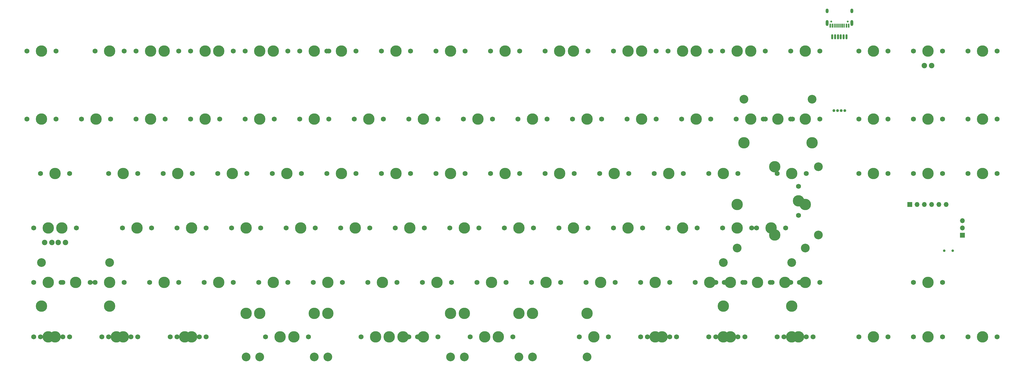
<source format=gbr>
%TF.GenerationSoftware,KiCad,Pcbnew,(6.0.6)*%
%TF.CreationDate,2022-09-06T18:10:04+07:00*%
%TF.ProjectId,solderCurved,736f6c64-6572-4437-9572-7665642e6b69,rev?*%
%TF.SameCoordinates,Original*%
%TF.FileFunction,Soldermask,Top*%
%TF.FilePolarity,Negative*%
%FSLAX46Y46*%
G04 Gerber Fmt 4.6, Leading zero omitted, Abs format (unit mm)*
G04 Created by KiCad (PCBNEW (6.0.6)) date 2022-09-06 18:10:04*
%MOMM*%
%LPD*%
G01*
G04 APERTURE LIST*
%ADD10C,1.750000*%
%ADD11C,3.987800*%
%ADD12C,3.048000*%
%ADD13C,1.905000*%
%ADD14C,1.000000*%
%ADD15O,1.000000X1.000000*%
%ADD16O,0.700000X1.800000*%
%ADD17C,0.500000*%
%ADD18R,1.700000X1.700000*%
%ADD19O,1.700000X1.700000*%
%ADD20C,0.650000*%
%ADD21R,0.600000X1.450000*%
%ADD22R,0.300000X1.450000*%
%ADD23O,1.000000X2.100000*%
%ADD24O,1.000000X1.600000*%
%ADD25C,0.900000*%
G04 APERTURE END LIST*
D10*
%TO.C,MX1*%
X28892500Y-23812500D03*
X18732500Y-23812500D03*
D11*
X23812500Y-23812500D03*
%TD*%
D10*
%TO.C,MX9*%
X42545000Y-23812500D03*
D11*
X47625000Y-23812500D03*
D10*
X52705000Y-23812500D03*
%TD*%
D11*
%TO.C,MX15*%
X66675000Y-23812500D03*
D10*
X61595000Y-23812500D03*
X71755000Y-23812500D03*
%TD*%
D11*
%TO.C,MX21*%
X85725000Y-23812500D03*
D10*
X80645000Y-23812500D03*
X90805000Y-23812500D03*
%TD*%
%TO.C,MX26*%
X99695000Y-23812500D03*
X109855000Y-23812500D03*
D11*
X104775000Y-23812500D03*
%TD*%
%TO.C,MX31*%
X128587500Y-23812500D03*
D10*
X133667500Y-23812500D03*
X123507500Y-23812500D03*
%TD*%
%TO.C,MX36*%
X152717500Y-23812500D03*
X142557500Y-23812500D03*
D11*
X147637500Y-23812500D03*
%TD*%
D10*
%TO.C,MX41*%
X161607500Y-23812500D03*
D11*
X166687500Y-23812500D03*
D10*
X171767500Y-23812500D03*
%TD*%
%TO.C,MX47*%
X190817500Y-23812500D03*
D11*
X185737500Y-23812500D03*
D10*
X180657500Y-23812500D03*
%TD*%
%TO.C,MX52*%
X204470000Y-23812500D03*
X214630000Y-23812500D03*
D11*
X209550000Y-23812500D03*
%TD*%
D10*
%TO.C,MX57*%
X223520000Y-23812500D03*
X233680000Y-23812500D03*
D11*
X228600000Y-23812500D03*
%TD*%
%TO.C,MX62*%
X247650000Y-23812500D03*
D10*
X252730000Y-23812500D03*
X242570000Y-23812500D03*
%TD*%
%TO.C,MX67*%
X261620000Y-23812500D03*
X271780000Y-23812500D03*
D11*
X266700000Y-23812500D03*
%TD*%
%TO.C,MX73*%
X290512500Y-23812500D03*
D10*
X285432500Y-23812500D03*
X295592500Y-23812500D03*
%TD*%
%TO.C,MX84*%
X309245000Y-23812500D03*
X319405000Y-23812500D03*
D11*
X314325000Y-23812500D03*
%TD*%
D10*
%TO.C,MX88*%
X328295000Y-23812500D03*
D11*
X333375000Y-23812500D03*
D10*
X338455000Y-23812500D03*
%TD*%
D11*
%TO.C,MX93*%
X352425000Y-23812500D03*
D10*
X357505000Y-23812500D03*
X347345000Y-23812500D03*
%TD*%
%TO.C,MX2*%
X18732500Y-47625000D03*
D11*
X23812500Y-47625000D03*
D10*
X28892500Y-47625000D03*
%TD*%
%TO.C,MX10*%
X37782500Y-47625000D03*
X47942500Y-47625000D03*
D11*
X42862500Y-47625000D03*
%TD*%
%TO.C,MX16*%
X61912500Y-47625000D03*
D10*
X56832500Y-47625000D03*
X66992500Y-47625000D03*
%TD*%
%TO.C,MX22*%
X86042500Y-47625000D03*
X75882500Y-47625000D03*
D11*
X80962500Y-47625000D03*
%TD*%
%TO.C,MX27*%
X100012500Y-47625000D03*
D10*
X105092500Y-47625000D03*
X94932500Y-47625000D03*
%TD*%
%TO.C,MX32*%
X113982500Y-47625000D03*
X124142500Y-47625000D03*
D11*
X119062500Y-47625000D03*
%TD*%
D10*
%TO.C,MX37*%
X143192500Y-47625000D03*
D11*
X138112500Y-47625000D03*
D10*
X133032500Y-47625000D03*
%TD*%
%TO.C,MX42*%
X162242500Y-47625000D03*
X152082500Y-47625000D03*
D11*
X157162500Y-47625000D03*
%TD*%
D10*
%TO.C,MX48*%
X181292500Y-47625000D03*
X171132500Y-47625000D03*
D11*
X176212500Y-47625000D03*
%TD*%
D10*
%TO.C,MX53*%
X200342500Y-47625000D03*
D11*
X195262500Y-47625000D03*
D10*
X190182500Y-47625000D03*
%TD*%
%TO.C,MX58*%
X219392500Y-47625000D03*
D11*
X214312500Y-47625000D03*
D10*
X209232500Y-47625000D03*
%TD*%
D11*
%TO.C,MX63*%
X233362500Y-47625000D03*
D10*
X238442500Y-47625000D03*
X228282500Y-47625000D03*
%TD*%
%TO.C,MX68*%
X247332500Y-47625000D03*
X257492500Y-47625000D03*
D11*
X252412500Y-47625000D03*
%TD*%
D10*
%TO.C,MX74*%
X276542500Y-47625000D03*
X266382500Y-47625000D03*
D11*
X271462500Y-47625000D03*
%TD*%
%TO.C,MX82*%
X290512500Y-47625000D03*
D10*
X285432500Y-47625000D03*
X295592500Y-47625000D03*
%TD*%
D11*
%TO.C,MX85*%
X314325000Y-47625000D03*
D10*
X309245000Y-47625000D03*
X319405000Y-47625000D03*
%TD*%
%TO.C,MX89*%
X328295000Y-47625000D03*
D11*
X333375000Y-47625000D03*
D10*
X338455000Y-47625000D03*
%TD*%
D11*
%TO.C,MX94*%
X352425000Y-47625000D03*
D10*
X357505000Y-47625000D03*
X347345000Y-47625000D03*
%TD*%
%TO.C,MX3*%
X33655000Y-66675000D03*
D11*
X28575000Y-66675000D03*
D10*
X23495000Y-66675000D03*
%TD*%
%TO.C,MX11*%
X57467500Y-66675000D03*
X47307500Y-66675000D03*
D11*
X52387500Y-66675000D03*
%TD*%
%TO.C,MX17*%
X71437500Y-66675000D03*
D10*
X76517500Y-66675000D03*
X66357500Y-66675000D03*
%TD*%
D11*
%TO.C,MX23*%
X90487500Y-66675000D03*
D10*
X85407500Y-66675000D03*
X95567500Y-66675000D03*
%TD*%
%TO.C,MX28*%
X114617500Y-66675000D03*
D11*
X109537500Y-66675000D03*
D10*
X104457500Y-66675000D03*
%TD*%
%TO.C,MX33*%
X123507500Y-66675000D03*
D11*
X128587500Y-66675000D03*
D10*
X133667500Y-66675000D03*
%TD*%
D11*
%TO.C,MX38*%
X147637500Y-66675000D03*
D10*
X152717500Y-66675000D03*
X142557500Y-66675000D03*
%TD*%
D11*
%TO.C,MX43*%
X166687500Y-66675000D03*
D10*
X161607500Y-66675000D03*
X171767500Y-66675000D03*
%TD*%
%TO.C,MX49*%
X180657500Y-66675000D03*
D11*
X185737500Y-66675000D03*
D10*
X190817500Y-66675000D03*
%TD*%
%TO.C,MX54*%
X199707500Y-66675000D03*
X209867500Y-66675000D03*
D11*
X204787500Y-66675000D03*
%TD*%
%TO.C,MX59*%
X223837500Y-66675000D03*
D10*
X218757500Y-66675000D03*
X228917500Y-66675000D03*
%TD*%
%TO.C,MX64*%
X237807500Y-66675000D03*
X247967500Y-66675000D03*
D11*
X242887500Y-66675000D03*
%TD*%
D10*
%TO.C,MX69*%
X256857500Y-66675000D03*
D11*
X261937500Y-66675000D03*
D10*
X267017500Y-66675000D03*
%TD*%
%TO.C,MX8*%
X25876250Y-85725000D03*
X36036250Y-85725000D03*
D11*
X30956250Y-85725000D03*
%TD*%
D10*
%TO.C,MX12*%
X52070000Y-85725000D03*
D11*
X57150000Y-85725000D03*
D10*
X62230000Y-85725000D03*
%TD*%
%TO.C,MX18*%
X71120000Y-85725000D03*
D11*
X76200000Y-85725000D03*
D10*
X81280000Y-85725000D03*
%TD*%
%TO.C,MX24*%
X100330000Y-85725000D03*
D11*
X95250000Y-85725000D03*
D10*
X90170000Y-85725000D03*
%TD*%
%TO.C,MX29*%
X109220000Y-85725000D03*
X119380000Y-85725000D03*
D11*
X114300000Y-85725000D03*
%TD*%
%TO.C,MX34*%
X133350000Y-85725000D03*
D10*
X128270000Y-85725000D03*
X138430000Y-85725000D03*
%TD*%
%TO.C,MX39*%
X157480000Y-85725000D03*
X147320000Y-85725000D03*
D11*
X152400000Y-85725000D03*
%TD*%
D10*
%TO.C,MX44*%
X176530000Y-85725000D03*
X166370000Y-85725000D03*
D11*
X171450000Y-85725000D03*
%TD*%
D10*
%TO.C,MX50*%
X195580000Y-85725000D03*
D11*
X190500000Y-85725000D03*
D10*
X185420000Y-85725000D03*
%TD*%
%TO.C,MX55*%
X214630000Y-85725000D03*
D11*
X209550000Y-85725000D03*
D10*
X204470000Y-85725000D03*
%TD*%
%TO.C,MX60*%
X223520000Y-85725000D03*
X233680000Y-85725000D03*
D11*
X228600000Y-85725000D03*
%TD*%
D10*
%TO.C,MX65*%
X252730000Y-85725000D03*
D11*
X247650000Y-85725000D03*
D10*
X242570000Y-85725000D03*
%TD*%
%TO.C,MX5*%
X21113750Y-104775000D03*
D11*
X26193750Y-104775000D03*
D10*
X31273750Y-104775000D03*
%TD*%
%TO.C,MX13*%
X42545000Y-104775000D03*
D11*
X47625000Y-104775000D03*
D10*
X52705000Y-104775000D03*
%TD*%
D11*
%TO.C,MX19*%
X66675000Y-104775000D03*
D10*
X61595000Y-104775000D03*
X71755000Y-104775000D03*
%TD*%
D11*
%TO.C,MX25*%
X85725000Y-104775000D03*
D10*
X90805000Y-104775000D03*
X80645000Y-104775000D03*
%TD*%
D11*
%TO.C,MX30*%
X104775000Y-104775000D03*
D10*
X109855000Y-104775000D03*
X99695000Y-104775000D03*
%TD*%
%TO.C,MX35*%
X118745000Y-104775000D03*
D11*
X123825000Y-104775000D03*
D10*
X128905000Y-104775000D03*
%TD*%
D11*
%TO.C,MX40*%
X142875000Y-104775000D03*
D10*
X147955000Y-104775000D03*
X137795000Y-104775000D03*
%TD*%
D11*
%TO.C,MX45*%
X161925000Y-104775000D03*
D10*
X156845000Y-104775000D03*
X167005000Y-104775000D03*
%TD*%
%TO.C,MX51*%
X175895000Y-104775000D03*
D11*
X180975000Y-104775000D03*
D10*
X186055000Y-104775000D03*
%TD*%
%TO.C,MX56*%
X205105000Y-104775000D03*
X194945000Y-104775000D03*
D11*
X200025000Y-104775000D03*
%TD*%
%TO.C,MX61*%
X219075000Y-104775000D03*
D10*
X224155000Y-104775000D03*
X213995000Y-104775000D03*
%TD*%
%TO.C,MX66*%
X243205000Y-104775000D03*
D11*
X238125000Y-104775000D03*
D10*
X233045000Y-104775000D03*
%TD*%
%TO.C,MX70*%
X269398750Y-104775000D03*
D11*
X264318750Y-104775000D03*
D10*
X259238750Y-104775000D03*
%TD*%
%TO.C,MX78*%
X295592500Y-104775000D03*
D11*
X290512500Y-104775000D03*
D10*
X285432500Y-104775000D03*
%TD*%
%TO.C,MX91*%
X328295000Y-104775000D03*
D11*
X333375000Y-104775000D03*
D10*
X338455000Y-104775000D03*
%TD*%
%TO.C,MX7*%
X23495000Y-123825000D03*
X33655000Y-123825000D03*
D11*
X28575000Y-123825000D03*
%TD*%
D10*
%TO.C,MX14*%
X47307500Y-123825000D03*
X57467500Y-123825000D03*
D11*
X52387500Y-123825000D03*
%TD*%
D12*
%TO.C,MX46*%
X100012500Y-130810000D03*
D10*
X152082500Y-123825000D03*
D11*
X157162500Y-123825000D03*
D10*
X162242500Y-123825000D03*
D12*
X214312500Y-130810000D03*
D11*
X100012500Y-115570000D03*
X214312500Y-115570000D03*
%TD*%
D10*
%TO.C,MX87*%
X319405000Y-123825000D03*
D11*
X314325000Y-123825000D03*
D10*
X309245000Y-123825000D03*
%TD*%
%TO.C,MX92*%
X328295000Y-123825000D03*
X338455000Y-123825000D03*
D11*
X333375000Y-123825000D03*
%TD*%
D10*
%TO.C,MX96*%
X357505000Y-123825000D03*
X347345000Y-123825000D03*
D11*
X352425000Y-123825000D03*
%TD*%
D10*
%TO.C,MX20*%
X71120000Y-123825000D03*
X81280000Y-123825000D03*
D11*
X76200000Y-123825000D03*
%TD*%
D10*
%TO.C,MX72*%
X243205000Y-123825000D03*
X233045000Y-123825000D03*
D11*
X238125000Y-123825000D03*
%TD*%
%TO.C,MX79*%
X261937500Y-123825000D03*
D10*
X256857500Y-123825000D03*
X267017500Y-123825000D03*
%TD*%
%TO.C,MX83*%
X290830000Y-123825000D03*
X280670000Y-123825000D03*
D11*
X285750000Y-123825000D03*
%TD*%
D10*
%TO.C,MX77*%
X283686250Y-85725000D03*
D12*
X290512500Y-92710000D03*
X266700000Y-92710000D03*
D11*
X290512500Y-77470000D03*
D10*
X273526250Y-85725000D03*
D11*
X266700000Y-77470000D03*
X278606250Y-85725000D03*
%TD*%
%TO.C,MX86*%
X314325000Y-66675000D03*
D10*
X319405000Y-66675000D03*
X309245000Y-66675000D03*
%TD*%
%TO.C,MX90*%
X328295000Y-66675000D03*
D11*
X333375000Y-66675000D03*
D10*
X338455000Y-66675000D03*
%TD*%
%TO.C,MX95*%
X347345000Y-66675000D03*
X357505000Y-66675000D03*
D11*
X352425000Y-66675000D03*
%TD*%
D13*
%TO.C,LED2*%
X27463772Y-90805072D03*
X24923772Y-90805072D03*
%TD*%
%TO.C,LED3*%
X29686250Y-90805000D03*
X32226250Y-90805000D03*
%TD*%
D10*
%TO.C,MX80*%
X280670000Y-66675000D03*
D11*
X285750000Y-66675000D03*
D10*
X290830000Y-66675000D03*
%TD*%
D12*
%TO.C,MX75*%
X269081250Y-40640000D03*
D10*
X286067500Y-47625000D03*
D11*
X292893750Y-55880000D03*
D10*
X275907500Y-47625000D03*
D11*
X280987500Y-47625000D03*
X269081250Y-55880000D03*
D12*
X292893750Y-40640000D03*
%TD*%
D11*
%TO.C,MX71*%
X261937500Y-113030000D03*
D10*
X268763750Y-104775000D03*
D12*
X261937500Y-97790000D03*
D11*
X285750000Y-113030000D03*
X273843750Y-104775000D03*
D12*
X285750000Y-97790000D03*
D10*
X278923750Y-104775000D03*
%TD*%
%TO.C,MX6*%
X40798750Y-104775000D03*
X30638750Y-104775000D03*
D12*
X47625000Y-97790000D03*
D11*
X47625000Y-113030000D03*
X23812500Y-113030000D03*
D12*
X23812500Y-97790000D03*
D11*
X35718750Y-104775000D03*
%TD*%
%TO.C,MX4*%
X26193772Y-85725072D03*
D10*
X31273772Y-85725072D03*
X21113772Y-85725072D03*
%TD*%
D12*
%TO.C,MX81*%
X295116492Y-88138064D03*
D11*
X288131492Y-76200064D03*
X279876492Y-88138064D03*
D12*
X295116492Y-64262064D03*
D10*
X288131492Y-81280064D03*
X288131492Y-71120064D03*
D11*
X279876492Y-64262064D03*
%TD*%
%TO.C,MX76*%
X266700224Y-85725072D03*
D10*
X261620224Y-85725072D03*
X271780224Y-85725072D03*
%TD*%
D13*
%TO.C,LED1*%
X332105000Y-28892500D03*
X334645000Y-28892500D03*
%TD*%
D14*
%TO.C,J5*%
X300514218Y-44662510D03*
D15*
X301784218Y-44662510D03*
X303054218Y-44662510D03*
X304324218Y-44662510D03*
%TD*%
D10*
%TO.C,MX105*%
X228282500Y-23812500D03*
X238442500Y-23812500D03*
D11*
X233362500Y-23812500D03*
%TD*%
%TO.C,MX107*%
X271462500Y-23812500D03*
D10*
X276542500Y-23812500D03*
X266382500Y-23812500D03*
%TD*%
D11*
%TO.C,MX106*%
X252412500Y-23812500D03*
D10*
X257492500Y-23812500D03*
X247332500Y-23812500D03*
%TD*%
%TO.C,MX104*%
X199707500Y-23812500D03*
X209867500Y-23812500D03*
D11*
X204787500Y-23812500D03*
%TD*%
D10*
%TO.C,MX99*%
X105092500Y-23812500D03*
X94932500Y-23812500D03*
D11*
X100012500Y-23812500D03*
%TD*%
D10*
%TO.C,MX100*%
X124142500Y-23812500D03*
D11*
X119062500Y-23812500D03*
D10*
X113982500Y-23812500D03*
%TD*%
D11*
%TO.C,MX98*%
X80962500Y-23812500D03*
D10*
X86042500Y-23812500D03*
X75882500Y-23812500D03*
%TD*%
D11*
%TO.C,MX97*%
X61912500Y-23812500D03*
D10*
X66992500Y-23812500D03*
X56832500Y-23812500D03*
%TD*%
D16*
%TO.C,J8*%
X299919218Y-18812510D03*
D17*
X299919218Y-19412510D03*
X299919218Y-18212510D03*
D16*
X300919218Y-18812510D03*
D17*
X300919218Y-18212510D03*
X300919218Y-19412510D03*
X301919218Y-18212510D03*
D16*
X301919218Y-18812510D03*
D17*
X301919218Y-19412510D03*
D16*
X302919218Y-18812510D03*
D17*
X302919218Y-19412510D03*
X302919218Y-18212510D03*
X303919218Y-18212510D03*
X303919218Y-19412510D03*
D16*
X303919218Y-18812510D03*
D17*
X304919218Y-19412510D03*
D16*
X304919218Y-18812510D03*
D17*
X304919218Y-18212510D03*
%TD*%
D10*
%TO.C,MX119*%
X288448724Y-104775048D03*
X278288724Y-104775048D03*
D11*
X283368724Y-104775048D03*
%TD*%
%TO.C,MX120*%
X257174952Y-104775048D03*
D10*
X252094952Y-104775048D03*
X262254952Y-104775048D03*
%TD*%
%TO.C,MX101*%
X21113772Y-123825072D03*
D11*
X26193772Y-123825072D03*
D10*
X31273772Y-123825072D03*
%TD*%
D11*
%TO.C,MX102*%
X50006272Y-123825072D03*
D10*
X55086272Y-123825072D03*
X44926272Y-123825072D03*
%TD*%
%TO.C,MX103*%
X68738772Y-123825072D03*
D11*
X73818772Y-123825072D03*
D10*
X78898772Y-123825072D03*
%TD*%
D11*
%TO.C,MX108*%
X145256272Y-123825072D03*
D10*
X140176272Y-123825072D03*
D12*
X95256372Y-130810072D03*
D11*
X195256172Y-115570072D03*
D12*
X195256172Y-130810072D03*
D10*
X150336272Y-123825072D03*
D11*
X95256372Y-115570072D03*
%TD*%
D10*
%TO.C,MX109*%
X135413772Y-123825072D03*
D11*
X140493772Y-123825072D03*
D10*
X145573772Y-123825072D03*
%TD*%
D12*
%TO.C,MX110*%
X100012522Y-130810072D03*
D11*
X111918772Y-123825072D03*
X123825022Y-115570072D03*
D10*
X116998772Y-123825072D03*
D11*
X100012522Y-115570072D03*
D10*
X106838772Y-123825072D03*
D12*
X123825022Y-130810072D03*
%TD*%
D10*
%TO.C,MX111*%
X102076272Y-123825072D03*
D11*
X95250022Y-115570072D03*
X119062522Y-115570072D03*
D10*
X112236272Y-123825072D03*
D11*
X107156272Y-123825072D03*
D12*
X95250022Y-130810072D03*
X119062522Y-130810072D03*
%TD*%
D10*
%TO.C,MX112*%
X144938772Y-123825072D03*
X155098772Y-123825072D03*
D11*
X150018772Y-123825072D03*
%TD*%
D12*
%TO.C,MX113*%
X171450022Y-130810072D03*
D10*
X178276272Y-123825072D03*
D12*
X195262522Y-130810072D03*
D11*
X171450022Y-115570072D03*
X183356272Y-123825072D03*
X195262522Y-115570072D03*
D10*
X188436272Y-123825072D03*
%TD*%
D11*
%TO.C,MX114*%
X166687522Y-115570072D03*
D12*
X166687522Y-130810072D03*
D11*
X178593772Y-123825072D03*
D12*
X190500022Y-130810072D03*
D10*
X173513772Y-123825072D03*
D11*
X190500022Y-115570072D03*
D10*
X183673772Y-123825072D03*
%TD*%
D11*
%TO.C,MX115*%
X216693772Y-123825072D03*
D10*
X221773772Y-123825072D03*
X211613772Y-123825072D03*
%TD*%
%TO.C,MX116*%
X235426272Y-123825072D03*
D11*
X240506272Y-123825072D03*
D10*
X245586272Y-123825072D03*
%TD*%
%TO.C,MX117*%
X259238772Y-123825072D03*
D11*
X264318772Y-123825072D03*
D10*
X269398772Y-123825072D03*
%TD*%
D11*
%TO.C,MX118*%
X288131272Y-123825072D03*
D10*
X293211272Y-123825072D03*
X283051272Y-123825072D03*
%TD*%
D18*
%TO.C,J4*%
X345400000Y-88265000D03*
D19*
X345400000Y-85725000D03*
X345400000Y-83185000D03*
%TD*%
D18*
%TO.C,J10*%
X327025000Y-77470000D03*
D19*
X329565000Y-77470000D03*
X332105000Y-77470000D03*
X334645000Y-77470000D03*
X337185000Y-77470000D03*
X339725000Y-77470000D03*
%TD*%
D20*
%TO.C,USB2*%
X299545995Y-13459598D03*
X305325995Y-13459598D03*
D21*
X305660995Y-14904598D03*
X304885995Y-14904598D03*
D22*
X304185995Y-14904598D03*
X303685995Y-14904598D03*
X303185995Y-14904598D03*
X302685995Y-14904598D03*
X302185995Y-14904598D03*
X301685995Y-14904598D03*
X301185995Y-14904598D03*
X300685995Y-14904598D03*
D21*
X299985995Y-14904598D03*
X299210995Y-14904598D03*
D23*
X306755995Y-13989598D03*
D24*
X306755995Y-9809598D03*
X298115995Y-9809598D03*
D23*
X298115995Y-13989598D03*
%TD*%
D20*
%TO.C,USB1*%
X299545995Y-13459598D03*
X305325995Y-13459598D03*
D24*
X298115995Y-9809598D03*
D23*
X306755995Y-13989598D03*
X298115995Y-13989598D03*
D24*
X306755995Y-9809598D03*
%TD*%
D25*
%TO.C,SW2*%
X342005000Y-93717500D03*
X339005000Y-93717500D03*
%TD*%
M02*

</source>
